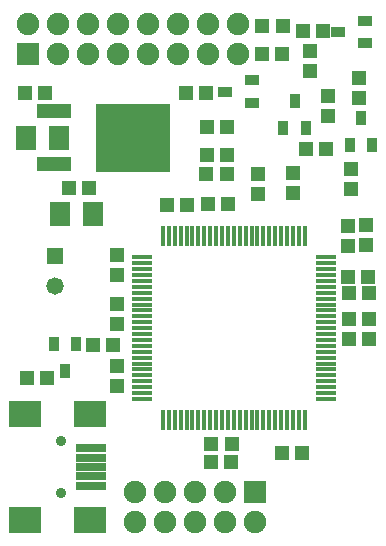
<source format=gbr>
G04 DipTrace 2.4.0.2*
%INTopMask.gbr*%
%MOIN*%
%ADD35C,0.0354*%
%ADD41R,0.1063X0.0866*%
%ADD43R,0.0984X0.0276*%
%ADD45R,0.0335X0.0492*%
%ADD47R,0.0492X0.0335*%
%ADD49R,0.0709X0.0787*%
%ADD51R,0.25X0.2264*%
%ADD53R,0.1161X0.0472*%
%ADD55R,0.0579X0.0579*%
%ADD57C,0.0579*%
%ADD59R,0.0472X0.0512*%
%ADD61R,0.0512X0.0472*%
%ADD63C,0.0748*%
%ADD65R,0.0748X0.0748*%
%ADD67R,0.0157X0.0709*%
%ADD69R,0.0709X0.0157*%
%FSLAX44Y44*%
G04*
G70*
G90*
G75*
G01*
%LNTopMask*%
%LPD*%
D69*
X8721Y13618D3*
Y13422D3*
Y13225D3*
Y13028D3*
Y12831D3*
Y12634D3*
Y12437D3*
Y12240D3*
Y12044D3*
Y11847D3*
Y11650D3*
Y11453D3*
Y11256D3*
Y11059D3*
Y10862D3*
Y10666D3*
Y10469D3*
Y10272D3*
Y10075D3*
Y9878D3*
Y9681D3*
Y9485D3*
Y9288D3*
Y9091D3*
Y8894D3*
D67*
X9430Y8185D3*
X9627D3*
X9824D3*
X10021D3*
X10217D3*
X10414D3*
X10611D3*
X10808D3*
X11005D3*
X11202D3*
X11399D3*
X11595D3*
X11792D3*
X11989D3*
X12186D3*
X12383D3*
X12580D3*
X12776D3*
X12973D3*
X13170D3*
X13367D3*
X13564D3*
X13761D3*
X13958D3*
X14154D3*
D69*
X14863Y8894D3*
Y9091D3*
Y9288D3*
Y9485D3*
Y9681D3*
Y9878D3*
Y10075D3*
Y10272D3*
Y10469D3*
Y10666D3*
Y10862D3*
Y11059D3*
Y11256D3*
Y11453D3*
Y11650D3*
Y11847D3*
Y12044D3*
Y12240D3*
Y12437D3*
Y12634D3*
Y12831D3*
Y13028D3*
Y13225D3*
Y13422D3*
Y13618D3*
D67*
X14154Y14327D3*
X13958D3*
X13761D3*
X13564D3*
X13367D3*
X13170D3*
X12973D3*
X12776D3*
X12580D3*
X12383D3*
X12186D3*
X11989D3*
X11792D3*
X11595D3*
X11399D3*
X11202D3*
X11005D3*
X10808D3*
X10611D3*
X10414D3*
X10217D3*
X10021D3*
X9824D3*
X9627D3*
X9430D3*
D65*
X12508Y5802D3*
D63*
Y4802D3*
X11508Y5802D3*
Y4802D3*
X10508Y5802D3*
Y4802D3*
X9508Y5802D3*
Y4802D3*
X8508Y5802D3*
Y4802D3*
D61*
X9562Y15369D3*
X10231D3*
X10881Y16387D3*
X11551D3*
X10916Y15392D3*
X11585D3*
D59*
X15603Y13980D3*
Y14649D3*
D61*
X6287Y15940D3*
X6956D3*
D59*
X16310Y10892D3*
Y11562D3*
X15639Y10892D3*
Y11562D3*
D61*
X14061Y7102D3*
X13392D3*
X11030Y6781D3*
X11699D3*
X11048Y7379D3*
X11717D3*
D59*
X7909Y13034D3*
Y13703D3*
D57*
X5843Y12659D3*
D55*
Y13659D3*
D53*
X5792Y18506D3*
Y16711D3*
D51*
X8430Y17609D3*
D49*
X5955Y17594D3*
X4852D3*
X7108Y15074D3*
X6005D3*
D47*
X16161Y20758D3*
Y21506D3*
X15255Y21132D3*
D45*
X15651Y17350D3*
X16399D3*
X16025Y18255D3*
X13447Y17917D3*
X14195D3*
X13821Y18822D3*
D47*
X12392Y18764D3*
Y19512D3*
X11486Y19138D3*
D45*
X6531Y10717D3*
X5783D3*
X6157Y9811D3*
D61*
X15627Y12441D3*
X16296D3*
D59*
X15713Y15884D3*
Y16553D3*
X13762Y15753D3*
Y16423D3*
X12605Y15733D3*
Y16402D3*
D61*
X7093Y10706D3*
X7762D3*
X4904Y9594D3*
X5574D3*
D59*
X15973Y19600D3*
Y18931D3*
X14346Y20490D3*
Y19821D3*
D61*
X10194Y19103D3*
X10863D3*
X14085Y21156D3*
X14754D3*
D65*
X4922Y20398D3*
D63*
Y21398D3*
X5922Y20398D3*
Y21398D3*
X6922Y20398D3*
Y21398D3*
X7922Y20398D3*
Y21398D3*
X8922Y20398D3*
Y21398D3*
X9922Y20398D3*
Y21398D3*
X10922Y20398D3*
Y21398D3*
X11922Y20398D3*
Y21398D3*
D61*
X5488Y19107D3*
X4818D3*
X16279Y12969D3*
X15610D3*
D59*
X16206Y14024D3*
Y14693D3*
D61*
X14199Y17222D3*
X14868D3*
D59*
X14933Y18315D3*
Y18984D3*
X7914Y9319D3*
Y9989D3*
Y11403D3*
Y12072D3*
D61*
X10898Y17034D3*
X11567D3*
X11561Y17974D3*
X10891D3*
X12732Y20389D3*
X13401D3*
X13417Y21334D3*
X12748D3*
D43*
X7042Y7256D3*
Y6941D3*
Y6626D3*
Y6311D3*
Y5996D3*
D41*
X7003Y8378D3*
Y4874D3*
X4837Y8378D3*
Y4874D3*
D35*
X6019Y7492D3*
Y5760D3*
M02*

</source>
